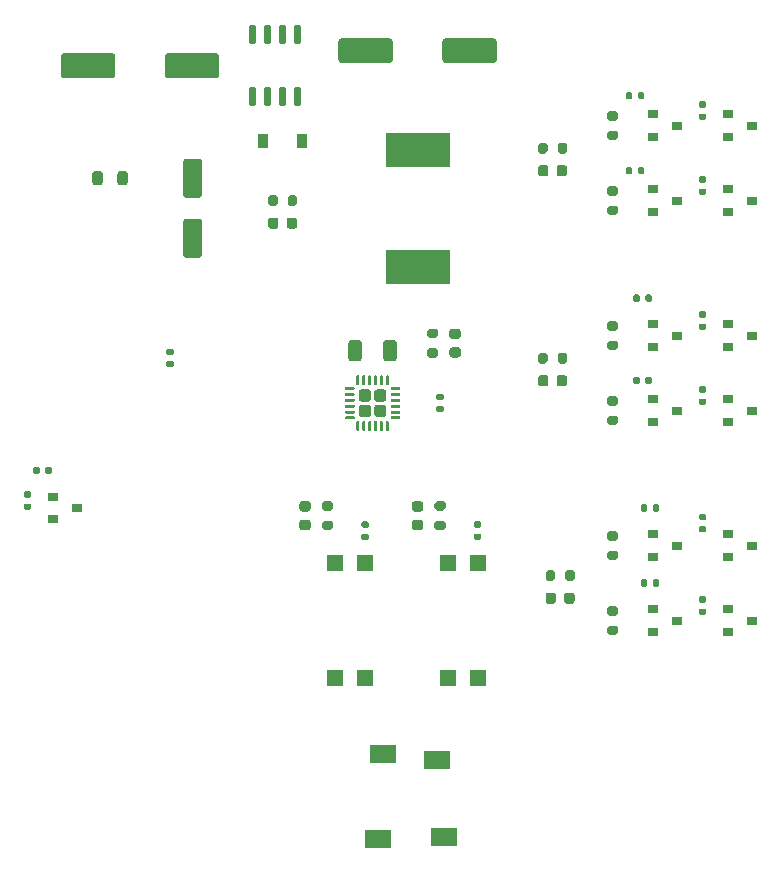
<source format=gbr>
%TF.GenerationSoftware,KiCad,Pcbnew,5.1.10-88a1d61d58~88~ubuntu20.04.1*%
%TF.CreationDate,2021-07-08T16:26:14-06:00*%
%TF.ProjectId,ring_light_controller,72696e67-5f6c-4696-9768-745f636f6e74,1*%
%TF.SameCoordinates,Original*%
%TF.FileFunction,Paste,Top*%
%TF.FilePolarity,Positive*%
%FSLAX46Y46*%
G04 Gerber Fmt 4.6, Leading zero omitted, Abs format (unit mm)*
G04 Created by KiCad (PCBNEW 5.1.10-88a1d61d58~88~ubuntu20.04.1) date 2021-07-08 16:26:14*
%MOMM*%
%LPD*%
G01*
G04 APERTURE LIST*
%ADD10R,0.900000X1.200000*%
%ADD11R,2.200000X1.500000*%
%ADD12R,5.400000X2.900000*%
%ADD13R,0.900000X0.800000*%
%ADD14R,1.470000X1.410000*%
G04 APERTURE END LIST*
%TO.C,C1*%
G36*
G01*
X137015000Y-99075001D02*
X137015000Y-97774999D01*
G75*
G02*
X137264999Y-97525000I249999J0D01*
G01*
X137915001Y-97525000D01*
G75*
G02*
X138165000Y-97774999I0J-249999D01*
G01*
X138165000Y-99075001D01*
G75*
G02*
X137915001Y-99325000I-249999J0D01*
G01*
X137264999Y-99325000D01*
G75*
G02*
X137015000Y-99075001I0J249999D01*
G01*
G37*
G36*
G01*
X139965000Y-99075001D02*
X139965000Y-97774999D01*
G75*
G02*
X140214999Y-97525000I249999J0D01*
G01*
X140865001Y-97525000D01*
G75*
G02*
X141115000Y-97774999I0J-249999D01*
G01*
X141115000Y-99075001D01*
G75*
G02*
X140865001Y-99325000I-249999J0D01*
G01*
X140214999Y-99325000D01*
G75*
G02*
X139965000Y-99075001I0J249999D01*
G01*
G37*
%TD*%
%TO.C,C2*%
G36*
G01*
X136175000Y-73825001D02*
X136175000Y-72224999D01*
G75*
G02*
X136424999Y-71975000I249999J0D01*
G01*
X140525001Y-71975000D01*
G75*
G02*
X140775000Y-72224999I0J-249999D01*
G01*
X140775000Y-73825001D01*
G75*
G02*
X140525001Y-74075000I-249999J0D01*
G01*
X136424999Y-74075000D01*
G75*
G02*
X136175000Y-73825001I0J249999D01*
G01*
G37*
G36*
G01*
X144975000Y-73825001D02*
X144975000Y-72224999D01*
G75*
G02*
X145224999Y-71975000I249999J0D01*
G01*
X149325001Y-71975000D01*
G75*
G02*
X149575000Y-72224999I0J-249999D01*
G01*
X149575000Y-73825001D01*
G75*
G02*
X149325001Y-74075000I-249999J0D01*
G01*
X145224999Y-74075000D01*
G75*
G02*
X144975000Y-73825001I0J249999D01*
G01*
G37*
%TD*%
%TO.C,C3*%
G36*
G01*
X123275000Y-82160000D02*
X124375000Y-82160000D01*
G75*
G02*
X124625000Y-82410000I0J-250000D01*
G01*
X124625000Y-85235000D01*
G75*
G02*
X124375000Y-85485000I-250000J0D01*
G01*
X123275000Y-85485000D01*
G75*
G02*
X123025000Y-85235000I0J250000D01*
G01*
X123025000Y-82410000D01*
G75*
G02*
X123275000Y-82160000I250000J0D01*
G01*
G37*
G36*
G01*
X123275000Y-87235000D02*
X124375000Y-87235000D01*
G75*
G02*
X124625000Y-87485000I0J-250000D01*
G01*
X124625000Y-90310000D01*
G75*
G02*
X124375000Y-90560000I-250000J0D01*
G01*
X123275000Y-90560000D01*
G75*
G02*
X123025000Y-90310000I0J250000D01*
G01*
X123025000Y-87485000D01*
G75*
G02*
X123275000Y-87235000I250000J0D01*
G01*
G37*
%TD*%
%TO.C,C4*%
G36*
G01*
X121480000Y-75095001D02*
X121480000Y-73494999D01*
G75*
G02*
X121729999Y-73245000I249999J0D01*
G01*
X125830001Y-73245000D01*
G75*
G02*
X126080000Y-73494999I0J-249999D01*
G01*
X126080000Y-75095001D01*
G75*
G02*
X125830001Y-75345000I-249999J0D01*
G01*
X121729999Y-75345000D01*
G75*
G02*
X121480000Y-75095001I0J249999D01*
G01*
G37*
G36*
G01*
X112680000Y-75095001D02*
X112680000Y-73494999D01*
G75*
G02*
X112929999Y-73245000I249999J0D01*
G01*
X117030001Y-73245000D01*
G75*
G02*
X117280000Y-73494999I0J-249999D01*
G01*
X117280000Y-75095001D01*
G75*
G02*
X117030001Y-75345000I-249999J0D01*
G01*
X112929999Y-75345000D01*
G75*
G02*
X112680000Y-75095001I0J249999D01*
G01*
G37*
%TD*%
%TO.C,D1*%
G36*
G01*
X146306250Y-97440000D02*
X145793750Y-97440000D01*
G75*
G02*
X145575000Y-97221250I0J218750D01*
G01*
X145575000Y-96783750D01*
G75*
G02*
X145793750Y-96565000I218750J0D01*
G01*
X146306250Y-96565000D01*
G75*
G02*
X146525000Y-96783750I0J-218750D01*
G01*
X146525000Y-97221250D01*
G75*
G02*
X146306250Y-97440000I-218750J0D01*
G01*
G37*
G36*
G01*
X146306250Y-99015000D02*
X145793750Y-99015000D01*
G75*
G02*
X145575000Y-98796250I0J218750D01*
G01*
X145575000Y-98358750D01*
G75*
G02*
X145793750Y-98140000I218750J0D01*
G01*
X146306250Y-98140000D01*
G75*
G02*
X146525000Y-98358750I0J-218750D01*
G01*
X146525000Y-98796250D01*
G75*
G02*
X146306250Y-99015000I-218750J0D01*
G01*
G37*
%TD*%
%TO.C,D2*%
G36*
G01*
X156165000Y-119123750D02*
X156165000Y-119636250D01*
G75*
G02*
X155946250Y-119855000I-218750J0D01*
G01*
X155508750Y-119855000D01*
G75*
G02*
X155290000Y-119636250I0J218750D01*
G01*
X155290000Y-119123750D01*
G75*
G02*
X155508750Y-118905000I218750J0D01*
G01*
X155946250Y-118905000D01*
G75*
G02*
X156165000Y-119123750I0J-218750D01*
G01*
G37*
G36*
G01*
X154590000Y-119123750D02*
X154590000Y-119636250D01*
G75*
G02*
X154371250Y-119855000I-218750J0D01*
G01*
X153933750Y-119855000D01*
G75*
G02*
X153715000Y-119636250I0J218750D01*
G01*
X153715000Y-119123750D01*
G75*
G02*
X153933750Y-118905000I218750J0D01*
G01*
X154371250Y-118905000D01*
G75*
G02*
X154590000Y-119123750I0J-218750D01*
G01*
G37*
%TD*%
%TO.C,D3*%
G36*
G01*
X155530000Y-100708750D02*
X155530000Y-101221250D01*
G75*
G02*
X155311250Y-101440000I-218750J0D01*
G01*
X154873750Y-101440000D01*
G75*
G02*
X154655000Y-101221250I0J218750D01*
G01*
X154655000Y-100708750D01*
G75*
G02*
X154873750Y-100490000I218750J0D01*
G01*
X155311250Y-100490000D01*
G75*
G02*
X155530000Y-100708750I0J-218750D01*
G01*
G37*
G36*
G01*
X153955000Y-100708750D02*
X153955000Y-101221250D01*
G75*
G02*
X153736250Y-101440000I-218750J0D01*
G01*
X153298750Y-101440000D01*
G75*
G02*
X153080000Y-101221250I0J218750D01*
G01*
X153080000Y-100708750D01*
G75*
G02*
X153298750Y-100490000I218750J0D01*
G01*
X153736250Y-100490000D01*
G75*
G02*
X153955000Y-100708750I0J-218750D01*
G01*
G37*
%TD*%
%TO.C,D4*%
G36*
G01*
X153955000Y-82928750D02*
X153955000Y-83441250D01*
G75*
G02*
X153736250Y-83660000I-218750J0D01*
G01*
X153298750Y-83660000D01*
G75*
G02*
X153080000Y-83441250I0J218750D01*
G01*
X153080000Y-82928750D01*
G75*
G02*
X153298750Y-82710000I218750J0D01*
G01*
X153736250Y-82710000D01*
G75*
G02*
X153955000Y-82928750I0J-218750D01*
G01*
G37*
G36*
G01*
X155530000Y-82928750D02*
X155530000Y-83441250D01*
G75*
G02*
X155311250Y-83660000I-218750J0D01*
G01*
X154873750Y-83660000D01*
G75*
G02*
X154655000Y-83441250I0J218750D01*
G01*
X154655000Y-82928750D01*
G75*
G02*
X154873750Y-82710000I218750J0D01*
G01*
X155311250Y-82710000D01*
G75*
G02*
X155530000Y-82928750I0J-218750D01*
G01*
G37*
%TD*%
%TO.C,D5*%
G36*
G01*
X132670000Y-87373750D02*
X132670000Y-87886250D01*
G75*
G02*
X132451250Y-88105000I-218750J0D01*
G01*
X132013750Y-88105000D01*
G75*
G02*
X131795000Y-87886250I0J218750D01*
G01*
X131795000Y-87373750D01*
G75*
G02*
X132013750Y-87155000I218750J0D01*
G01*
X132451250Y-87155000D01*
G75*
G02*
X132670000Y-87373750I0J-218750D01*
G01*
G37*
G36*
G01*
X131095000Y-87373750D02*
X131095000Y-87886250D01*
G75*
G02*
X130876250Y-88105000I-218750J0D01*
G01*
X130438750Y-88105000D01*
G75*
G02*
X130220000Y-87886250I0J218750D01*
G01*
X130220000Y-87373750D01*
G75*
G02*
X130438750Y-87155000I218750J0D01*
G01*
X130876250Y-87155000D01*
G75*
G02*
X131095000Y-87373750I0J-218750D01*
G01*
G37*
%TD*%
D10*
%TO.C,D6*%
X129795000Y-80645000D03*
X133095000Y-80645000D03*
%TD*%
%TO.C,FB1*%
G36*
G01*
X118340000Y-83438750D02*
X118340000Y-84201250D01*
G75*
G02*
X118121250Y-84420000I-218750J0D01*
G01*
X117683750Y-84420000D01*
G75*
G02*
X117465000Y-84201250I0J218750D01*
G01*
X117465000Y-83438750D01*
G75*
G02*
X117683750Y-83220000I218750J0D01*
G01*
X118121250Y-83220000D01*
G75*
G02*
X118340000Y-83438750I0J-218750D01*
G01*
G37*
G36*
G01*
X116215000Y-83438750D02*
X116215000Y-84201250D01*
G75*
G02*
X115996250Y-84420000I-218750J0D01*
G01*
X115558750Y-84420000D01*
G75*
G02*
X115340000Y-84201250I0J218750D01*
G01*
X115340000Y-83438750D01*
G75*
G02*
X115558750Y-83220000I218750J0D01*
G01*
X115996250Y-83220000D01*
G75*
G02*
X116215000Y-83438750I0J-218750D01*
G01*
G37*
%TD*%
D11*
%TO.C,J1*%
X145140000Y-139605000D03*
X139540000Y-139805000D03*
X139940000Y-132605000D03*
X144540000Y-133105000D03*
%TD*%
D12*
%TO.C,L1*%
X142875000Y-81410000D03*
X142875000Y-91310000D03*
%TD*%
D13*
%TO.C,Q1*%
X112030000Y-110810000D03*
X112030000Y-112710000D03*
X114030000Y-111760000D03*
%TD*%
%TO.C,Q2*%
X164830000Y-121285000D03*
X162830000Y-122235000D03*
X162830000Y-120335000D03*
%TD*%
%TO.C,Q3*%
X162830000Y-113985000D03*
X162830000Y-115885000D03*
X164830000Y-114935000D03*
%TD*%
%TO.C,Q4*%
X171180000Y-121285000D03*
X169180000Y-122235000D03*
X169180000Y-120335000D03*
%TD*%
%TO.C,Q5*%
X171180000Y-114935000D03*
X169180000Y-115885000D03*
X169180000Y-113985000D03*
%TD*%
%TO.C,Q6*%
X162830000Y-102555000D03*
X162830000Y-104455000D03*
X164830000Y-103505000D03*
%TD*%
%TO.C,Q7*%
X162830000Y-96205000D03*
X162830000Y-98105000D03*
X164830000Y-97155000D03*
%TD*%
%TO.C,Q8*%
X169180000Y-102555000D03*
X169180000Y-104455000D03*
X171180000Y-103505000D03*
%TD*%
%TO.C,Q9*%
X171180000Y-97155000D03*
X169180000Y-98105000D03*
X169180000Y-96205000D03*
%TD*%
%TO.C,Q10*%
X162830000Y-84775000D03*
X162830000Y-86675000D03*
X164830000Y-85725000D03*
%TD*%
%TO.C,Q11*%
X162830000Y-78425000D03*
X162830000Y-80325000D03*
X164830000Y-79375000D03*
%TD*%
%TO.C,Q12*%
X171180000Y-85725000D03*
X169180000Y-86675000D03*
X169180000Y-84775000D03*
%TD*%
%TO.C,Q13*%
X171180000Y-79375000D03*
X169180000Y-80325000D03*
X169180000Y-78425000D03*
%TD*%
%TO.C,R1*%
G36*
G01*
X143870000Y-98215000D02*
X144420000Y-98215000D01*
G75*
G02*
X144620000Y-98415000I0J-200000D01*
G01*
X144620000Y-98815000D01*
G75*
G02*
X144420000Y-99015000I-200000J0D01*
G01*
X143870000Y-99015000D01*
G75*
G02*
X143670000Y-98815000I0J200000D01*
G01*
X143670000Y-98415000D01*
G75*
G02*
X143870000Y-98215000I200000J0D01*
G01*
G37*
G36*
G01*
X143870000Y-96565000D02*
X144420000Y-96565000D01*
G75*
G02*
X144620000Y-96765000I0J-200000D01*
G01*
X144620000Y-97165000D01*
G75*
G02*
X144420000Y-97365000I-200000J0D01*
G01*
X143870000Y-97365000D01*
G75*
G02*
X143670000Y-97165000I0J200000D01*
G01*
X143670000Y-96765000D01*
G75*
G02*
X143870000Y-96565000I200000J0D01*
G01*
G37*
%TD*%
%TO.C,R2*%
G36*
G01*
X155365000Y-117750000D02*
X155365000Y-117200000D01*
G75*
G02*
X155565000Y-117000000I200000J0D01*
G01*
X155965000Y-117000000D01*
G75*
G02*
X156165000Y-117200000I0J-200000D01*
G01*
X156165000Y-117750000D01*
G75*
G02*
X155965000Y-117950000I-200000J0D01*
G01*
X155565000Y-117950000D01*
G75*
G02*
X155365000Y-117750000I0J200000D01*
G01*
G37*
G36*
G01*
X153715000Y-117750000D02*
X153715000Y-117200000D01*
G75*
G02*
X153915000Y-117000000I200000J0D01*
G01*
X154315000Y-117000000D01*
G75*
G02*
X154515000Y-117200000I0J-200000D01*
G01*
X154515000Y-117750000D01*
G75*
G02*
X154315000Y-117950000I-200000J0D01*
G01*
X153915000Y-117950000D01*
G75*
G02*
X153715000Y-117750000I0J200000D01*
G01*
G37*
%TD*%
%TO.C,R3*%
G36*
G01*
X153080000Y-99335000D02*
X153080000Y-98785000D01*
G75*
G02*
X153280000Y-98585000I200000J0D01*
G01*
X153680000Y-98585000D01*
G75*
G02*
X153880000Y-98785000I0J-200000D01*
G01*
X153880000Y-99335000D01*
G75*
G02*
X153680000Y-99535000I-200000J0D01*
G01*
X153280000Y-99535000D01*
G75*
G02*
X153080000Y-99335000I0J200000D01*
G01*
G37*
G36*
G01*
X154730000Y-99335000D02*
X154730000Y-98785000D01*
G75*
G02*
X154930000Y-98585000I200000J0D01*
G01*
X155330000Y-98585000D01*
G75*
G02*
X155530000Y-98785000I0J-200000D01*
G01*
X155530000Y-99335000D01*
G75*
G02*
X155330000Y-99535000I-200000J0D01*
G01*
X154930000Y-99535000D01*
G75*
G02*
X154730000Y-99335000I0J200000D01*
G01*
G37*
%TD*%
%TO.C,R4*%
G36*
G01*
X154730000Y-81555000D02*
X154730000Y-81005000D01*
G75*
G02*
X154930000Y-80805000I200000J0D01*
G01*
X155330000Y-80805000D01*
G75*
G02*
X155530000Y-81005000I0J-200000D01*
G01*
X155530000Y-81555000D01*
G75*
G02*
X155330000Y-81755000I-200000J0D01*
G01*
X154930000Y-81755000D01*
G75*
G02*
X154730000Y-81555000I0J200000D01*
G01*
G37*
G36*
G01*
X153080000Y-81555000D02*
X153080000Y-81005000D01*
G75*
G02*
X153280000Y-80805000I200000J0D01*
G01*
X153680000Y-80805000D01*
G75*
G02*
X153880000Y-81005000I0J-200000D01*
G01*
X153880000Y-81555000D01*
G75*
G02*
X153680000Y-81755000I-200000J0D01*
G01*
X153280000Y-81755000D01*
G75*
G02*
X153080000Y-81555000I0J200000D01*
G01*
G37*
%TD*%
%TO.C,R5*%
G36*
G01*
X130220000Y-86000000D02*
X130220000Y-85450000D01*
G75*
G02*
X130420000Y-85250000I200000J0D01*
G01*
X130820000Y-85250000D01*
G75*
G02*
X131020000Y-85450000I0J-200000D01*
G01*
X131020000Y-86000000D01*
G75*
G02*
X130820000Y-86200000I-200000J0D01*
G01*
X130420000Y-86200000D01*
G75*
G02*
X130220000Y-86000000I0J200000D01*
G01*
G37*
G36*
G01*
X131870000Y-86000000D02*
X131870000Y-85450000D01*
G75*
G02*
X132070000Y-85250000I200000J0D01*
G01*
X132470000Y-85250000D01*
G75*
G02*
X132670000Y-85450000I0J-200000D01*
G01*
X132670000Y-86000000D01*
G75*
G02*
X132470000Y-86200000I-200000J0D01*
G01*
X132070000Y-86200000D01*
G75*
G02*
X131870000Y-86000000I0J200000D01*
G01*
G37*
%TD*%
%TO.C,R7*%
G36*
G01*
X111365000Y-108770000D02*
X111365000Y-108400000D01*
G75*
G02*
X111500000Y-108265000I135000J0D01*
G01*
X111770000Y-108265000D01*
G75*
G02*
X111905000Y-108400000I0J-135000D01*
G01*
X111905000Y-108770000D01*
G75*
G02*
X111770000Y-108905000I-135000J0D01*
G01*
X111500000Y-108905000D01*
G75*
G02*
X111365000Y-108770000I0J135000D01*
G01*
G37*
G36*
G01*
X110345000Y-108770000D02*
X110345000Y-108400000D01*
G75*
G02*
X110480000Y-108265000I135000J0D01*
G01*
X110750000Y-108265000D01*
G75*
G02*
X110885000Y-108400000I0J-135000D01*
G01*
X110885000Y-108770000D01*
G75*
G02*
X110750000Y-108905000I-135000J0D01*
G01*
X110480000Y-108905000D01*
G75*
G02*
X110345000Y-108770000I0J135000D01*
G01*
G37*
%TD*%
%TO.C,R9*%
G36*
G01*
X138615000Y-114445000D02*
X138245000Y-114445000D01*
G75*
G02*
X138110000Y-114310000I0J135000D01*
G01*
X138110000Y-114040000D01*
G75*
G02*
X138245000Y-113905000I135000J0D01*
G01*
X138615000Y-113905000D01*
G75*
G02*
X138750000Y-114040000I0J-135000D01*
G01*
X138750000Y-114310000D01*
G75*
G02*
X138615000Y-114445000I-135000J0D01*
G01*
G37*
G36*
G01*
X138615000Y-113425000D02*
X138245000Y-113425000D01*
G75*
G02*
X138110000Y-113290000I0J135000D01*
G01*
X138110000Y-113020000D01*
G75*
G02*
X138245000Y-112885000I135000J0D01*
G01*
X138615000Y-112885000D01*
G75*
G02*
X138750000Y-113020000I0J-135000D01*
G01*
X138750000Y-113290000D01*
G75*
G02*
X138615000Y-113425000I-135000J0D01*
G01*
G37*
%TD*%
%TO.C,R10*%
G36*
G01*
X148140000Y-114445000D02*
X147770000Y-114445000D01*
G75*
G02*
X147635000Y-114310000I0J135000D01*
G01*
X147635000Y-114040000D01*
G75*
G02*
X147770000Y-113905000I135000J0D01*
G01*
X148140000Y-113905000D01*
G75*
G02*
X148275000Y-114040000I0J-135000D01*
G01*
X148275000Y-114310000D01*
G75*
G02*
X148140000Y-114445000I-135000J0D01*
G01*
G37*
G36*
G01*
X148140000Y-113425000D02*
X147770000Y-113425000D01*
G75*
G02*
X147635000Y-113290000I0J135000D01*
G01*
X147635000Y-113020000D01*
G75*
G02*
X147770000Y-112885000I135000J0D01*
G01*
X148140000Y-112885000D01*
G75*
G02*
X148275000Y-113020000I0J-135000D01*
G01*
X148275000Y-113290000D01*
G75*
G02*
X148140000Y-113425000I-135000J0D01*
G01*
G37*
%TD*%
%TO.C,R11*%
G36*
G01*
X109670000Y-111365000D02*
X110040000Y-111365000D01*
G75*
G02*
X110175000Y-111500000I0J-135000D01*
G01*
X110175000Y-111770000D01*
G75*
G02*
X110040000Y-111905000I-135000J0D01*
G01*
X109670000Y-111905000D01*
G75*
G02*
X109535000Y-111770000I0J135000D01*
G01*
X109535000Y-111500000D01*
G75*
G02*
X109670000Y-111365000I135000J0D01*
G01*
G37*
G36*
G01*
X109670000Y-110345000D02*
X110040000Y-110345000D01*
G75*
G02*
X110175000Y-110480000I0J-135000D01*
G01*
X110175000Y-110750000D01*
G75*
G02*
X110040000Y-110885000I-135000J0D01*
G01*
X109670000Y-110885000D01*
G75*
G02*
X109535000Y-110750000I0J135000D01*
G01*
X109535000Y-110480000D01*
G75*
G02*
X109670000Y-110345000I135000J0D01*
G01*
G37*
%TD*%
%TO.C,R12*%
G36*
G01*
X121735000Y-99300000D02*
X122105000Y-99300000D01*
G75*
G02*
X122240000Y-99435000I0J-135000D01*
G01*
X122240000Y-99705000D01*
G75*
G02*
X122105000Y-99840000I-135000J0D01*
G01*
X121735000Y-99840000D01*
G75*
G02*
X121600000Y-99705000I0J135000D01*
G01*
X121600000Y-99435000D01*
G75*
G02*
X121735000Y-99300000I135000J0D01*
G01*
G37*
G36*
G01*
X121735000Y-98280000D02*
X122105000Y-98280000D01*
G75*
G02*
X122240000Y-98415000I0J-135000D01*
G01*
X122240000Y-98685000D01*
G75*
G02*
X122105000Y-98820000I-135000J0D01*
G01*
X121735000Y-98820000D01*
G75*
G02*
X121600000Y-98685000I0J135000D01*
G01*
X121600000Y-98415000D01*
G75*
G02*
X121735000Y-98280000I135000J0D01*
G01*
G37*
%TD*%
%TO.C,R13*%
G36*
G01*
X166820000Y-119235000D02*
X167190000Y-119235000D01*
G75*
G02*
X167325000Y-119370000I0J-135000D01*
G01*
X167325000Y-119640000D01*
G75*
G02*
X167190000Y-119775000I-135000J0D01*
G01*
X166820000Y-119775000D01*
G75*
G02*
X166685000Y-119640000I0J135000D01*
G01*
X166685000Y-119370000D01*
G75*
G02*
X166820000Y-119235000I135000J0D01*
G01*
G37*
G36*
G01*
X166820000Y-120255000D02*
X167190000Y-120255000D01*
G75*
G02*
X167325000Y-120390000I0J-135000D01*
G01*
X167325000Y-120660000D01*
G75*
G02*
X167190000Y-120795000I-135000J0D01*
G01*
X166820000Y-120795000D01*
G75*
G02*
X166685000Y-120660000I0J135000D01*
G01*
X166685000Y-120390000D01*
G75*
G02*
X166820000Y-120255000I135000J0D01*
G01*
G37*
%TD*%
%TO.C,R14*%
G36*
G01*
X166820000Y-112250000D02*
X167190000Y-112250000D01*
G75*
G02*
X167325000Y-112385000I0J-135000D01*
G01*
X167325000Y-112655000D01*
G75*
G02*
X167190000Y-112790000I-135000J0D01*
G01*
X166820000Y-112790000D01*
G75*
G02*
X166685000Y-112655000I0J135000D01*
G01*
X166685000Y-112385000D01*
G75*
G02*
X166820000Y-112250000I135000J0D01*
G01*
G37*
G36*
G01*
X166820000Y-113270000D02*
X167190000Y-113270000D01*
G75*
G02*
X167325000Y-113405000I0J-135000D01*
G01*
X167325000Y-113675000D01*
G75*
G02*
X167190000Y-113810000I-135000J0D01*
G01*
X166820000Y-113810000D01*
G75*
G02*
X166685000Y-113675000I0J135000D01*
G01*
X166685000Y-113405000D01*
G75*
G02*
X166820000Y-113270000I135000J0D01*
G01*
G37*
%TD*%
%TO.C,R15*%
G36*
G01*
X162800000Y-118295000D02*
X162800000Y-117925000D01*
G75*
G02*
X162935000Y-117790000I135000J0D01*
G01*
X163205000Y-117790000D01*
G75*
G02*
X163340000Y-117925000I0J-135000D01*
G01*
X163340000Y-118295000D01*
G75*
G02*
X163205000Y-118430000I-135000J0D01*
G01*
X162935000Y-118430000D01*
G75*
G02*
X162800000Y-118295000I0J135000D01*
G01*
G37*
G36*
G01*
X161780000Y-118295000D02*
X161780000Y-117925000D01*
G75*
G02*
X161915000Y-117790000I135000J0D01*
G01*
X162185000Y-117790000D01*
G75*
G02*
X162320000Y-117925000I0J-135000D01*
G01*
X162320000Y-118295000D01*
G75*
G02*
X162185000Y-118430000I-135000J0D01*
G01*
X161915000Y-118430000D01*
G75*
G02*
X161780000Y-118295000I0J135000D01*
G01*
G37*
%TD*%
%TO.C,R16*%
G36*
G01*
X162800000Y-111945000D02*
X162800000Y-111575000D01*
G75*
G02*
X162935000Y-111440000I135000J0D01*
G01*
X163205000Y-111440000D01*
G75*
G02*
X163340000Y-111575000I0J-135000D01*
G01*
X163340000Y-111945000D01*
G75*
G02*
X163205000Y-112080000I-135000J0D01*
G01*
X162935000Y-112080000D01*
G75*
G02*
X162800000Y-111945000I0J135000D01*
G01*
G37*
G36*
G01*
X161780000Y-111945000D02*
X161780000Y-111575000D01*
G75*
G02*
X161915000Y-111440000I135000J0D01*
G01*
X162185000Y-111440000D01*
G75*
G02*
X162320000Y-111575000I0J-135000D01*
G01*
X162320000Y-111945000D01*
G75*
G02*
X162185000Y-112080000I-135000J0D01*
G01*
X161915000Y-112080000D01*
G75*
G02*
X161780000Y-111945000I0J135000D01*
G01*
G37*
%TD*%
%TO.C,R17*%
G36*
G01*
X159110000Y-120060000D02*
X159660000Y-120060000D01*
G75*
G02*
X159860000Y-120260000I0J-200000D01*
G01*
X159860000Y-120660000D01*
G75*
G02*
X159660000Y-120860000I-200000J0D01*
G01*
X159110000Y-120860000D01*
G75*
G02*
X158910000Y-120660000I0J200000D01*
G01*
X158910000Y-120260000D01*
G75*
G02*
X159110000Y-120060000I200000J0D01*
G01*
G37*
G36*
G01*
X159110000Y-121710000D02*
X159660000Y-121710000D01*
G75*
G02*
X159860000Y-121910000I0J-200000D01*
G01*
X159860000Y-122310000D01*
G75*
G02*
X159660000Y-122510000I-200000J0D01*
G01*
X159110000Y-122510000D01*
G75*
G02*
X158910000Y-122310000I0J200000D01*
G01*
X158910000Y-121910000D01*
G75*
G02*
X159110000Y-121710000I200000J0D01*
G01*
G37*
%TD*%
%TO.C,R18*%
G36*
G01*
X159110000Y-113710000D02*
X159660000Y-113710000D01*
G75*
G02*
X159860000Y-113910000I0J-200000D01*
G01*
X159860000Y-114310000D01*
G75*
G02*
X159660000Y-114510000I-200000J0D01*
G01*
X159110000Y-114510000D01*
G75*
G02*
X158910000Y-114310000I0J200000D01*
G01*
X158910000Y-113910000D01*
G75*
G02*
X159110000Y-113710000I200000J0D01*
G01*
G37*
G36*
G01*
X159110000Y-115360000D02*
X159660000Y-115360000D01*
G75*
G02*
X159860000Y-115560000I0J-200000D01*
G01*
X159860000Y-115960000D01*
G75*
G02*
X159660000Y-116160000I-200000J0D01*
G01*
X159110000Y-116160000D01*
G75*
G02*
X158910000Y-115960000I0J200000D01*
G01*
X158910000Y-115560000D01*
G75*
G02*
X159110000Y-115360000I200000J0D01*
G01*
G37*
%TD*%
%TO.C,R19*%
G36*
G01*
X166820000Y-101455000D02*
X167190000Y-101455000D01*
G75*
G02*
X167325000Y-101590000I0J-135000D01*
G01*
X167325000Y-101860000D01*
G75*
G02*
X167190000Y-101995000I-135000J0D01*
G01*
X166820000Y-101995000D01*
G75*
G02*
X166685000Y-101860000I0J135000D01*
G01*
X166685000Y-101590000D01*
G75*
G02*
X166820000Y-101455000I135000J0D01*
G01*
G37*
G36*
G01*
X166820000Y-102475000D02*
X167190000Y-102475000D01*
G75*
G02*
X167325000Y-102610000I0J-135000D01*
G01*
X167325000Y-102880000D01*
G75*
G02*
X167190000Y-103015000I-135000J0D01*
G01*
X166820000Y-103015000D01*
G75*
G02*
X166685000Y-102880000I0J135000D01*
G01*
X166685000Y-102610000D01*
G75*
G02*
X166820000Y-102475000I135000J0D01*
G01*
G37*
%TD*%
%TO.C,R20*%
G36*
G01*
X166820000Y-95105000D02*
X167190000Y-95105000D01*
G75*
G02*
X167325000Y-95240000I0J-135000D01*
G01*
X167325000Y-95510000D01*
G75*
G02*
X167190000Y-95645000I-135000J0D01*
G01*
X166820000Y-95645000D01*
G75*
G02*
X166685000Y-95510000I0J135000D01*
G01*
X166685000Y-95240000D01*
G75*
G02*
X166820000Y-95105000I135000J0D01*
G01*
G37*
G36*
G01*
X166820000Y-96125000D02*
X167190000Y-96125000D01*
G75*
G02*
X167325000Y-96260000I0J-135000D01*
G01*
X167325000Y-96530000D01*
G75*
G02*
X167190000Y-96665000I-135000J0D01*
G01*
X166820000Y-96665000D01*
G75*
G02*
X166685000Y-96530000I0J135000D01*
G01*
X166685000Y-96260000D01*
G75*
G02*
X166820000Y-96125000I135000J0D01*
G01*
G37*
%TD*%
%TO.C,R21*%
G36*
G01*
X162165000Y-101150000D02*
X162165000Y-100780000D01*
G75*
G02*
X162300000Y-100645000I135000J0D01*
G01*
X162570000Y-100645000D01*
G75*
G02*
X162705000Y-100780000I0J-135000D01*
G01*
X162705000Y-101150000D01*
G75*
G02*
X162570000Y-101285000I-135000J0D01*
G01*
X162300000Y-101285000D01*
G75*
G02*
X162165000Y-101150000I0J135000D01*
G01*
G37*
G36*
G01*
X161145000Y-101150000D02*
X161145000Y-100780000D01*
G75*
G02*
X161280000Y-100645000I135000J0D01*
G01*
X161550000Y-100645000D01*
G75*
G02*
X161685000Y-100780000I0J-135000D01*
G01*
X161685000Y-101150000D01*
G75*
G02*
X161550000Y-101285000I-135000J0D01*
G01*
X161280000Y-101285000D01*
G75*
G02*
X161145000Y-101150000I0J135000D01*
G01*
G37*
%TD*%
%TO.C,R22*%
G36*
G01*
X162165000Y-94165000D02*
X162165000Y-93795000D01*
G75*
G02*
X162300000Y-93660000I135000J0D01*
G01*
X162570000Y-93660000D01*
G75*
G02*
X162705000Y-93795000I0J-135000D01*
G01*
X162705000Y-94165000D01*
G75*
G02*
X162570000Y-94300000I-135000J0D01*
G01*
X162300000Y-94300000D01*
G75*
G02*
X162165000Y-94165000I0J135000D01*
G01*
G37*
G36*
G01*
X161145000Y-94165000D02*
X161145000Y-93795000D01*
G75*
G02*
X161280000Y-93660000I135000J0D01*
G01*
X161550000Y-93660000D01*
G75*
G02*
X161685000Y-93795000I0J-135000D01*
G01*
X161685000Y-94165000D01*
G75*
G02*
X161550000Y-94300000I-135000J0D01*
G01*
X161280000Y-94300000D01*
G75*
G02*
X161145000Y-94165000I0J135000D01*
G01*
G37*
%TD*%
%TO.C,R23*%
G36*
G01*
X159110000Y-102280000D02*
X159660000Y-102280000D01*
G75*
G02*
X159860000Y-102480000I0J-200000D01*
G01*
X159860000Y-102880000D01*
G75*
G02*
X159660000Y-103080000I-200000J0D01*
G01*
X159110000Y-103080000D01*
G75*
G02*
X158910000Y-102880000I0J200000D01*
G01*
X158910000Y-102480000D01*
G75*
G02*
X159110000Y-102280000I200000J0D01*
G01*
G37*
G36*
G01*
X159110000Y-103930000D02*
X159660000Y-103930000D01*
G75*
G02*
X159860000Y-104130000I0J-200000D01*
G01*
X159860000Y-104530000D01*
G75*
G02*
X159660000Y-104730000I-200000J0D01*
G01*
X159110000Y-104730000D01*
G75*
G02*
X158910000Y-104530000I0J200000D01*
G01*
X158910000Y-104130000D01*
G75*
G02*
X159110000Y-103930000I200000J0D01*
G01*
G37*
%TD*%
%TO.C,R24*%
G36*
G01*
X159110000Y-95930000D02*
X159660000Y-95930000D01*
G75*
G02*
X159860000Y-96130000I0J-200000D01*
G01*
X159860000Y-96530000D01*
G75*
G02*
X159660000Y-96730000I-200000J0D01*
G01*
X159110000Y-96730000D01*
G75*
G02*
X158910000Y-96530000I0J200000D01*
G01*
X158910000Y-96130000D01*
G75*
G02*
X159110000Y-95930000I200000J0D01*
G01*
G37*
G36*
G01*
X159110000Y-97580000D02*
X159660000Y-97580000D01*
G75*
G02*
X159860000Y-97780000I0J-200000D01*
G01*
X159860000Y-98180000D01*
G75*
G02*
X159660000Y-98380000I-200000J0D01*
G01*
X159110000Y-98380000D01*
G75*
G02*
X158910000Y-98180000I0J200000D01*
G01*
X158910000Y-97780000D01*
G75*
G02*
X159110000Y-97580000I200000J0D01*
G01*
G37*
%TD*%
%TO.C,R25*%
G36*
G01*
X166820000Y-84695000D02*
X167190000Y-84695000D01*
G75*
G02*
X167325000Y-84830000I0J-135000D01*
G01*
X167325000Y-85100000D01*
G75*
G02*
X167190000Y-85235000I-135000J0D01*
G01*
X166820000Y-85235000D01*
G75*
G02*
X166685000Y-85100000I0J135000D01*
G01*
X166685000Y-84830000D01*
G75*
G02*
X166820000Y-84695000I135000J0D01*
G01*
G37*
G36*
G01*
X166820000Y-83675000D02*
X167190000Y-83675000D01*
G75*
G02*
X167325000Y-83810000I0J-135000D01*
G01*
X167325000Y-84080000D01*
G75*
G02*
X167190000Y-84215000I-135000J0D01*
G01*
X166820000Y-84215000D01*
G75*
G02*
X166685000Y-84080000I0J135000D01*
G01*
X166685000Y-83810000D01*
G75*
G02*
X166820000Y-83675000I135000J0D01*
G01*
G37*
%TD*%
%TO.C,R26*%
G36*
G01*
X166820000Y-77325000D02*
X167190000Y-77325000D01*
G75*
G02*
X167325000Y-77460000I0J-135000D01*
G01*
X167325000Y-77730000D01*
G75*
G02*
X167190000Y-77865000I-135000J0D01*
G01*
X166820000Y-77865000D01*
G75*
G02*
X166685000Y-77730000I0J135000D01*
G01*
X166685000Y-77460000D01*
G75*
G02*
X166820000Y-77325000I135000J0D01*
G01*
G37*
G36*
G01*
X166820000Y-78345000D02*
X167190000Y-78345000D01*
G75*
G02*
X167325000Y-78480000I0J-135000D01*
G01*
X167325000Y-78750000D01*
G75*
G02*
X167190000Y-78885000I-135000J0D01*
G01*
X166820000Y-78885000D01*
G75*
G02*
X166685000Y-78750000I0J135000D01*
G01*
X166685000Y-78480000D01*
G75*
G02*
X166820000Y-78345000I135000J0D01*
G01*
G37*
%TD*%
%TO.C,R27*%
G36*
G01*
X144595000Y-102090000D02*
X144965000Y-102090000D01*
G75*
G02*
X145100000Y-102225000I0J-135000D01*
G01*
X145100000Y-102495000D01*
G75*
G02*
X144965000Y-102630000I-135000J0D01*
G01*
X144595000Y-102630000D01*
G75*
G02*
X144460000Y-102495000I0J135000D01*
G01*
X144460000Y-102225000D01*
G75*
G02*
X144595000Y-102090000I135000J0D01*
G01*
G37*
G36*
G01*
X144595000Y-103110000D02*
X144965000Y-103110000D01*
G75*
G02*
X145100000Y-103245000I0J-135000D01*
G01*
X145100000Y-103515000D01*
G75*
G02*
X144965000Y-103650000I-135000J0D01*
G01*
X144595000Y-103650000D01*
G75*
G02*
X144460000Y-103515000I0J135000D01*
G01*
X144460000Y-103245000D01*
G75*
G02*
X144595000Y-103110000I135000J0D01*
G01*
G37*
%TD*%
%TO.C,R28*%
G36*
G01*
X160510000Y-83370000D02*
X160510000Y-83000000D01*
G75*
G02*
X160645000Y-82865000I135000J0D01*
G01*
X160915000Y-82865000D01*
G75*
G02*
X161050000Y-83000000I0J-135000D01*
G01*
X161050000Y-83370000D01*
G75*
G02*
X160915000Y-83505000I-135000J0D01*
G01*
X160645000Y-83505000D01*
G75*
G02*
X160510000Y-83370000I0J135000D01*
G01*
G37*
G36*
G01*
X161530000Y-83370000D02*
X161530000Y-83000000D01*
G75*
G02*
X161665000Y-82865000I135000J0D01*
G01*
X161935000Y-82865000D01*
G75*
G02*
X162070000Y-83000000I0J-135000D01*
G01*
X162070000Y-83370000D01*
G75*
G02*
X161935000Y-83505000I-135000J0D01*
G01*
X161665000Y-83505000D01*
G75*
G02*
X161530000Y-83370000I0J135000D01*
G01*
G37*
%TD*%
%TO.C,R29*%
G36*
G01*
X161530000Y-77020000D02*
X161530000Y-76650000D01*
G75*
G02*
X161665000Y-76515000I135000J0D01*
G01*
X161935000Y-76515000D01*
G75*
G02*
X162070000Y-76650000I0J-135000D01*
G01*
X162070000Y-77020000D01*
G75*
G02*
X161935000Y-77155000I-135000J0D01*
G01*
X161665000Y-77155000D01*
G75*
G02*
X161530000Y-77020000I0J135000D01*
G01*
G37*
G36*
G01*
X160510000Y-77020000D02*
X160510000Y-76650000D01*
G75*
G02*
X160645000Y-76515000I135000J0D01*
G01*
X160915000Y-76515000D01*
G75*
G02*
X161050000Y-76650000I0J-135000D01*
G01*
X161050000Y-77020000D01*
G75*
G02*
X160915000Y-77155000I-135000J0D01*
G01*
X160645000Y-77155000D01*
G75*
G02*
X160510000Y-77020000I0J135000D01*
G01*
G37*
%TD*%
%TO.C,R30*%
G36*
G01*
X159110000Y-86150000D02*
X159660000Y-86150000D01*
G75*
G02*
X159860000Y-86350000I0J-200000D01*
G01*
X159860000Y-86750000D01*
G75*
G02*
X159660000Y-86950000I-200000J0D01*
G01*
X159110000Y-86950000D01*
G75*
G02*
X158910000Y-86750000I0J200000D01*
G01*
X158910000Y-86350000D01*
G75*
G02*
X159110000Y-86150000I200000J0D01*
G01*
G37*
G36*
G01*
X159110000Y-84500000D02*
X159660000Y-84500000D01*
G75*
G02*
X159860000Y-84700000I0J-200000D01*
G01*
X159860000Y-85100000D01*
G75*
G02*
X159660000Y-85300000I-200000J0D01*
G01*
X159110000Y-85300000D01*
G75*
G02*
X158910000Y-85100000I0J200000D01*
G01*
X158910000Y-84700000D01*
G75*
G02*
X159110000Y-84500000I200000J0D01*
G01*
G37*
%TD*%
%TO.C,R31*%
G36*
G01*
X159110000Y-79800000D02*
X159660000Y-79800000D01*
G75*
G02*
X159860000Y-80000000I0J-200000D01*
G01*
X159860000Y-80400000D01*
G75*
G02*
X159660000Y-80600000I-200000J0D01*
G01*
X159110000Y-80600000D01*
G75*
G02*
X158910000Y-80400000I0J200000D01*
G01*
X158910000Y-80000000D01*
G75*
G02*
X159110000Y-79800000I200000J0D01*
G01*
G37*
G36*
G01*
X159110000Y-78150000D02*
X159660000Y-78150000D01*
G75*
G02*
X159860000Y-78350000I0J-200000D01*
G01*
X159860000Y-78750000D01*
G75*
G02*
X159660000Y-78950000I-200000J0D01*
G01*
X159110000Y-78950000D01*
G75*
G02*
X158910000Y-78750000I0J200000D01*
G01*
X158910000Y-78350000D01*
G75*
G02*
X159110000Y-78150000I200000J0D01*
G01*
G37*
%TD*%
%TO.C,U1*%
G36*
G01*
X140252500Y-100520000D02*
X140377500Y-100520000D01*
G75*
G02*
X140440000Y-100582500I0J-62500D01*
G01*
X140440000Y-101282500D01*
G75*
G02*
X140377500Y-101345000I-62500J0D01*
G01*
X140252500Y-101345000D01*
G75*
G02*
X140190000Y-101282500I0J62500D01*
G01*
X140190000Y-100582500D01*
G75*
G02*
X140252500Y-100520000I62500J0D01*
G01*
G37*
G36*
G01*
X139752500Y-100520000D02*
X139877500Y-100520000D01*
G75*
G02*
X139940000Y-100582500I0J-62500D01*
G01*
X139940000Y-101282500D01*
G75*
G02*
X139877500Y-101345000I-62500J0D01*
G01*
X139752500Y-101345000D01*
G75*
G02*
X139690000Y-101282500I0J62500D01*
G01*
X139690000Y-100582500D01*
G75*
G02*
X139752500Y-100520000I62500J0D01*
G01*
G37*
G36*
G01*
X139252500Y-100520000D02*
X139377500Y-100520000D01*
G75*
G02*
X139440000Y-100582500I0J-62500D01*
G01*
X139440000Y-101282500D01*
G75*
G02*
X139377500Y-101345000I-62500J0D01*
G01*
X139252500Y-101345000D01*
G75*
G02*
X139190000Y-101282500I0J62500D01*
G01*
X139190000Y-100582500D01*
G75*
G02*
X139252500Y-100520000I62500J0D01*
G01*
G37*
G36*
G01*
X138752500Y-100520000D02*
X138877500Y-100520000D01*
G75*
G02*
X138940000Y-100582500I0J-62500D01*
G01*
X138940000Y-101282500D01*
G75*
G02*
X138877500Y-101345000I-62500J0D01*
G01*
X138752500Y-101345000D01*
G75*
G02*
X138690000Y-101282500I0J62500D01*
G01*
X138690000Y-100582500D01*
G75*
G02*
X138752500Y-100520000I62500J0D01*
G01*
G37*
G36*
G01*
X138252500Y-100520000D02*
X138377500Y-100520000D01*
G75*
G02*
X138440000Y-100582500I0J-62500D01*
G01*
X138440000Y-101282500D01*
G75*
G02*
X138377500Y-101345000I-62500J0D01*
G01*
X138252500Y-101345000D01*
G75*
G02*
X138190000Y-101282500I0J62500D01*
G01*
X138190000Y-100582500D01*
G75*
G02*
X138252500Y-100520000I62500J0D01*
G01*
G37*
G36*
G01*
X137752500Y-100520000D02*
X137877500Y-100520000D01*
G75*
G02*
X137940000Y-100582500I0J-62500D01*
G01*
X137940000Y-101282500D01*
G75*
G02*
X137877500Y-101345000I-62500J0D01*
G01*
X137752500Y-101345000D01*
G75*
G02*
X137690000Y-101282500I0J62500D01*
G01*
X137690000Y-100582500D01*
G75*
G02*
X137752500Y-100520000I62500J0D01*
G01*
G37*
G36*
G01*
X136777500Y-101495000D02*
X137477500Y-101495000D01*
G75*
G02*
X137540000Y-101557500I0J-62500D01*
G01*
X137540000Y-101682500D01*
G75*
G02*
X137477500Y-101745000I-62500J0D01*
G01*
X136777500Y-101745000D01*
G75*
G02*
X136715000Y-101682500I0J62500D01*
G01*
X136715000Y-101557500D01*
G75*
G02*
X136777500Y-101495000I62500J0D01*
G01*
G37*
G36*
G01*
X136777500Y-101995000D02*
X137477500Y-101995000D01*
G75*
G02*
X137540000Y-102057500I0J-62500D01*
G01*
X137540000Y-102182500D01*
G75*
G02*
X137477500Y-102245000I-62500J0D01*
G01*
X136777500Y-102245000D01*
G75*
G02*
X136715000Y-102182500I0J62500D01*
G01*
X136715000Y-102057500D01*
G75*
G02*
X136777500Y-101995000I62500J0D01*
G01*
G37*
G36*
G01*
X136777500Y-102495000D02*
X137477500Y-102495000D01*
G75*
G02*
X137540000Y-102557500I0J-62500D01*
G01*
X137540000Y-102682500D01*
G75*
G02*
X137477500Y-102745000I-62500J0D01*
G01*
X136777500Y-102745000D01*
G75*
G02*
X136715000Y-102682500I0J62500D01*
G01*
X136715000Y-102557500D01*
G75*
G02*
X136777500Y-102495000I62500J0D01*
G01*
G37*
G36*
G01*
X136777500Y-102995000D02*
X137477500Y-102995000D01*
G75*
G02*
X137540000Y-103057500I0J-62500D01*
G01*
X137540000Y-103182500D01*
G75*
G02*
X137477500Y-103245000I-62500J0D01*
G01*
X136777500Y-103245000D01*
G75*
G02*
X136715000Y-103182500I0J62500D01*
G01*
X136715000Y-103057500D01*
G75*
G02*
X136777500Y-102995000I62500J0D01*
G01*
G37*
G36*
G01*
X136777500Y-103495000D02*
X137477500Y-103495000D01*
G75*
G02*
X137540000Y-103557500I0J-62500D01*
G01*
X137540000Y-103682500D01*
G75*
G02*
X137477500Y-103745000I-62500J0D01*
G01*
X136777500Y-103745000D01*
G75*
G02*
X136715000Y-103682500I0J62500D01*
G01*
X136715000Y-103557500D01*
G75*
G02*
X136777500Y-103495000I62500J0D01*
G01*
G37*
G36*
G01*
X136777500Y-103995000D02*
X137477500Y-103995000D01*
G75*
G02*
X137540000Y-104057500I0J-62500D01*
G01*
X137540000Y-104182500D01*
G75*
G02*
X137477500Y-104245000I-62500J0D01*
G01*
X136777500Y-104245000D01*
G75*
G02*
X136715000Y-104182500I0J62500D01*
G01*
X136715000Y-104057500D01*
G75*
G02*
X136777500Y-103995000I62500J0D01*
G01*
G37*
G36*
G01*
X137752500Y-104395000D02*
X137877500Y-104395000D01*
G75*
G02*
X137940000Y-104457500I0J-62500D01*
G01*
X137940000Y-105157500D01*
G75*
G02*
X137877500Y-105220000I-62500J0D01*
G01*
X137752500Y-105220000D01*
G75*
G02*
X137690000Y-105157500I0J62500D01*
G01*
X137690000Y-104457500D01*
G75*
G02*
X137752500Y-104395000I62500J0D01*
G01*
G37*
G36*
G01*
X138252500Y-104395000D02*
X138377500Y-104395000D01*
G75*
G02*
X138440000Y-104457500I0J-62500D01*
G01*
X138440000Y-105157500D01*
G75*
G02*
X138377500Y-105220000I-62500J0D01*
G01*
X138252500Y-105220000D01*
G75*
G02*
X138190000Y-105157500I0J62500D01*
G01*
X138190000Y-104457500D01*
G75*
G02*
X138252500Y-104395000I62500J0D01*
G01*
G37*
G36*
G01*
X138752500Y-104395000D02*
X138877500Y-104395000D01*
G75*
G02*
X138940000Y-104457500I0J-62500D01*
G01*
X138940000Y-105157500D01*
G75*
G02*
X138877500Y-105220000I-62500J0D01*
G01*
X138752500Y-105220000D01*
G75*
G02*
X138690000Y-105157500I0J62500D01*
G01*
X138690000Y-104457500D01*
G75*
G02*
X138752500Y-104395000I62500J0D01*
G01*
G37*
G36*
G01*
X139252500Y-104395000D02*
X139377500Y-104395000D01*
G75*
G02*
X139440000Y-104457500I0J-62500D01*
G01*
X139440000Y-105157500D01*
G75*
G02*
X139377500Y-105220000I-62500J0D01*
G01*
X139252500Y-105220000D01*
G75*
G02*
X139190000Y-105157500I0J62500D01*
G01*
X139190000Y-104457500D01*
G75*
G02*
X139252500Y-104395000I62500J0D01*
G01*
G37*
G36*
G01*
X139752500Y-104395000D02*
X139877500Y-104395000D01*
G75*
G02*
X139940000Y-104457500I0J-62500D01*
G01*
X139940000Y-105157500D01*
G75*
G02*
X139877500Y-105220000I-62500J0D01*
G01*
X139752500Y-105220000D01*
G75*
G02*
X139690000Y-105157500I0J62500D01*
G01*
X139690000Y-104457500D01*
G75*
G02*
X139752500Y-104395000I62500J0D01*
G01*
G37*
G36*
G01*
X140252500Y-104395000D02*
X140377500Y-104395000D01*
G75*
G02*
X140440000Y-104457500I0J-62500D01*
G01*
X140440000Y-105157500D01*
G75*
G02*
X140377500Y-105220000I-62500J0D01*
G01*
X140252500Y-105220000D01*
G75*
G02*
X140190000Y-105157500I0J62500D01*
G01*
X140190000Y-104457500D01*
G75*
G02*
X140252500Y-104395000I62500J0D01*
G01*
G37*
G36*
G01*
X140652500Y-103995000D02*
X141352500Y-103995000D01*
G75*
G02*
X141415000Y-104057500I0J-62500D01*
G01*
X141415000Y-104182500D01*
G75*
G02*
X141352500Y-104245000I-62500J0D01*
G01*
X140652500Y-104245000D01*
G75*
G02*
X140590000Y-104182500I0J62500D01*
G01*
X140590000Y-104057500D01*
G75*
G02*
X140652500Y-103995000I62500J0D01*
G01*
G37*
G36*
G01*
X140652500Y-103495000D02*
X141352500Y-103495000D01*
G75*
G02*
X141415000Y-103557500I0J-62500D01*
G01*
X141415000Y-103682500D01*
G75*
G02*
X141352500Y-103745000I-62500J0D01*
G01*
X140652500Y-103745000D01*
G75*
G02*
X140590000Y-103682500I0J62500D01*
G01*
X140590000Y-103557500D01*
G75*
G02*
X140652500Y-103495000I62500J0D01*
G01*
G37*
G36*
G01*
X140652500Y-102995000D02*
X141352500Y-102995000D01*
G75*
G02*
X141415000Y-103057500I0J-62500D01*
G01*
X141415000Y-103182500D01*
G75*
G02*
X141352500Y-103245000I-62500J0D01*
G01*
X140652500Y-103245000D01*
G75*
G02*
X140590000Y-103182500I0J62500D01*
G01*
X140590000Y-103057500D01*
G75*
G02*
X140652500Y-102995000I62500J0D01*
G01*
G37*
G36*
G01*
X140652500Y-102495000D02*
X141352500Y-102495000D01*
G75*
G02*
X141415000Y-102557500I0J-62500D01*
G01*
X141415000Y-102682500D01*
G75*
G02*
X141352500Y-102745000I-62500J0D01*
G01*
X140652500Y-102745000D01*
G75*
G02*
X140590000Y-102682500I0J62500D01*
G01*
X140590000Y-102557500D01*
G75*
G02*
X140652500Y-102495000I62500J0D01*
G01*
G37*
G36*
G01*
X140652500Y-101995000D02*
X141352500Y-101995000D01*
G75*
G02*
X141415000Y-102057500I0J-62500D01*
G01*
X141415000Y-102182500D01*
G75*
G02*
X141352500Y-102245000I-62500J0D01*
G01*
X140652500Y-102245000D01*
G75*
G02*
X140590000Y-102182500I0J62500D01*
G01*
X140590000Y-102057500D01*
G75*
G02*
X140652500Y-101995000I62500J0D01*
G01*
G37*
G36*
G01*
X140652500Y-101495000D02*
X141352500Y-101495000D01*
G75*
G02*
X141415000Y-101557500I0J-62500D01*
G01*
X141415000Y-101682500D01*
G75*
G02*
X141352500Y-101745000I-62500J0D01*
G01*
X140652500Y-101745000D01*
G75*
G02*
X140590000Y-101682500I0J62500D01*
G01*
X140590000Y-101557500D01*
G75*
G02*
X140652500Y-101495000I62500J0D01*
G01*
G37*
G36*
G01*
X139439999Y-101695000D02*
X139990001Y-101695000D01*
G75*
G02*
X140240000Y-101944999I0J-249999D01*
G01*
X140240000Y-102495001D01*
G75*
G02*
X139990001Y-102745000I-249999J0D01*
G01*
X139439999Y-102745000D01*
G75*
G02*
X139190000Y-102495001I0J249999D01*
G01*
X139190000Y-101944999D01*
G75*
G02*
X139439999Y-101695000I249999J0D01*
G01*
G37*
G36*
G01*
X138139999Y-101695000D02*
X138690001Y-101695000D01*
G75*
G02*
X138940000Y-101944999I0J-249999D01*
G01*
X138940000Y-102495001D01*
G75*
G02*
X138690001Y-102745000I-249999J0D01*
G01*
X138139999Y-102745000D01*
G75*
G02*
X137890000Y-102495001I0J249999D01*
G01*
X137890000Y-101944999D01*
G75*
G02*
X138139999Y-101695000I249999J0D01*
G01*
G37*
G36*
G01*
X139439999Y-102995000D02*
X139990001Y-102995000D01*
G75*
G02*
X140240000Y-103244999I0J-249999D01*
G01*
X140240000Y-103795001D01*
G75*
G02*
X139990001Y-104045000I-249999J0D01*
G01*
X139439999Y-104045000D01*
G75*
G02*
X139190000Y-103795001I0J249999D01*
G01*
X139190000Y-103244999D01*
G75*
G02*
X139439999Y-102995000I249999J0D01*
G01*
G37*
G36*
G01*
X138139999Y-102995000D02*
X138690001Y-102995000D01*
G75*
G02*
X138940000Y-103244999I0J-249999D01*
G01*
X138940000Y-103795001D01*
G75*
G02*
X138690001Y-104045000I-249999J0D01*
G01*
X138139999Y-104045000D01*
G75*
G02*
X137890000Y-103795001I0J249999D01*
G01*
X137890000Y-103244999D01*
G75*
G02*
X138139999Y-102995000I249999J0D01*
G01*
G37*
%TD*%
%TO.C,U4*%
G36*
G01*
X129055000Y-77745000D02*
X128755000Y-77745000D01*
G75*
G02*
X128605000Y-77595000I0J150000D01*
G01*
X128605000Y-76245000D01*
G75*
G02*
X128755000Y-76095000I150000J0D01*
G01*
X129055000Y-76095000D01*
G75*
G02*
X129205000Y-76245000I0J-150000D01*
G01*
X129205000Y-77595000D01*
G75*
G02*
X129055000Y-77745000I-150000J0D01*
G01*
G37*
G36*
G01*
X130325000Y-77745000D02*
X130025000Y-77745000D01*
G75*
G02*
X129875000Y-77595000I0J150000D01*
G01*
X129875000Y-76245000D01*
G75*
G02*
X130025000Y-76095000I150000J0D01*
G01*
X130325000Y-76095000D01*
G75*
G02*
X130475000Y-76245000I0J-150000D01*
G01*
X130475000Y-77595000D01*
G75*
G02*
X130325000Y-77745000I-150000J0D01*
G01*
G37*
G36*
G01*
X131595000Y-77745000D02*
X131295000Y-77745000D01*
G75*
G02*
X131145000Y-77595000I0J150000D01*
G01*
X131145000Y-76245000D01*
G75*
G02*
X131295000Y-76095000I150000J0D01*
G01*
X131595000Y-76095000D01*
G75*
G02*
X131745000Y-76245000I0J-150000D01*
G01*
X131745000Y-77595000D01*
G75*
G02*
X131595000Y-77745000I-150000J0D01*
G01*
G37*
G36*
G01*
X132865000Y-77745000D02*
X132565000Y-77745000D01*
G75*
G02*
X132415000Y-77595000I0J150000D01*
G01*
X132415000Y-76245000D01*
G75*
G02*
X132565000Y-76095000I150000J0D01*
G01*
X132865000Y-76095000D01*
G75*
G02*
X133015000Y-76245000I0J-150000D01*
G01*
X133015000Y-77595000D01*
G75*
G02*
X132865000Y-77745000I-150000J0D01*
G01*
G37*
G36*
G01*
X132865000Y-72495000D02*
X132565000Y-72495000D01*
G75*
G02*
X132415000Y-72345000I0J150000D01*
G01*
X132415000Y-70995000D01*
G75*
G02*
X132565000Y-70845000I150000J0D01*
G01*
X132865000Y-70845000D01*
G75*
G02*
X133015000Y-70995000I0J-150000D01*
G01*
X133015000Y-72345000D01*
G75*
G02*
X132865000Y-72495000I-150000J0D01*
G01*
G37*
G36*
G01*
X131595000Y-72495000D02*
X131295000Y-72495000D01*
G75*
G02*
X131145000Y-72345000I0J150000D01*
G01*
X131145000Y-70995000D01*
G75*
G02*
X131295000Y-70845000I150000J0D01*
G01*
X131595000Y-70845000D01*
G75*
G02*
X131745000Y-70995000I0J-150000D01*
G01*
X131745000Y-72345000D01*
G75*
G02*
X131595000Y-72495000I-150000J0D01*
G01*
G37*
G36*
G01*
X130325000Y-72495000D02*
X130025000Y-72495000D01*
G75*
G02*
X129875000Y-72345000I0J150000D01*
G01*
X129875000Y-70995000D01*
G75*
G02*
X130025000Y-70845000I150000J0D01*
G01*
X130325000Y-70845000D01*
G75*
G02*
X130475000Y-70995000I0J-150000D01*
G01*
X130475000Y-72345000D01*
G75*
G02*
X130325000Y-72495000I-150000J0D01*
G01*
G37*
G36*
G01*
X129055000Y-72495000D02*
X128755000Y-72495000D01*
G75*
G02*
X128605000Y-72345000I0J150000D01*
G01*
X128605000Y-70995000D01*
G75*
G02*
X128755000Y-70845000I150000J0D01*
G01*
X129055000Y-70845000D01*
G75*
G02*
X129205000Y-70995000I0J-150000D01*
G01*
X129205000Y-72345000D01*
G75*
G02*
X129055000Y-72495000I-150000J0D01*
G01*
G37*
%TD*%
D14*
%TO.C,U2*%
X138430000Y-126135000D03*
X135890000Y-126135000D03*
X135890000Y-116435000D03*
X138430000Y-116435000D03*
%TD*%
%TO.C,U3*%
X147955000Y-116435000D03*
X145415000Y-116435000D03*
X145415000Y-126135000D03*
X147955000Y-126135000D03*
%TD*%
%TO.C,D7*%
G36*
G01*
X133606250Y-112045000D02*
X133093750Y-112045000D01*
G75*
G02*
X132875000Y-111826250I0J218750D01*
G01*
X132875000Y-111388750D01*
G75*
G02*
X133093750Y-111170000I218750J0D01*
G01*
X133606250Y-111170000D01*
G75*
G02*
X133825000Y-111388750I0J-218750D01*
G01*
X133825000Y-111826250D01*
G75*
G02*
X133606250Y-112045000I-218750J0D01*
G01*
G37*
G36*
G01*
X133606250Y-113620000D02*
X133093750Y-113620000D01*
G75*
G02*
X132875000Y-113401250I0J218750D01*
G01*
X132875000Y-112963750D01*
G75*
G02*
X133093750Y-112745000I218750J0D01*
G01*
X133606250Y-112745000D01*
G75*
G02*
X133825000Y-112963750I0J-218750D01*
G01*
X133825000Y-113401250D01*
G75*
G02*
X133606250Y-113620000I-218750J0D01*
G01*
G37*
%TD*%
%TO.C,D8*%
G36*
G01*
X143131250Y-113620000D02*
X142618750Y-113620000D01*
G75*
G02*
X142400000Y-113401250I0J218750D01*
G01*
X142400000Y-112963750D01*
G75*
G02*
X142618750Y-112745000I218750J0D01*
G01*
X143131250Y-112745000D01*
G75*
G02*
X143350000Y-112963750I0J-218750D01*
G01*
X143350000Y-113401250D01*
G75*
G02*
X143131250Y-113620000I-218750J0D01*
G01*
G37*
G36*
G01*
X143131250Y-112045000D02*
X142618750Y-112045000D01*
G75*
G02*
X142400000Y-111826250I0J218750D01*
G01*
X142400000Y-111388750D01*
G75*
G02*
X142618750Y-111170000I218750J0D01*
G01*
X143131250Y-111170000D01*
G75*
G02*
X143350000Y-111388750I0J-218750D01*
G01*
X143350000Y-111826250D01*
G75*
G02*
X143131250Y-112045000I-218750J0D01*
G01*
G37*
%TD*%
%TO.C,R32*%
G36*
G01*
X134980000Y-111170000D02*
X135530000Y-111170000D01*
G75*
G02*
X135730000Y-111370000I0J-200000D01*
G01*
X135730000Y-111770000D01*
G75*
G02*
X135530000Y-111970000I-200000J0D01*
G01*
X134980000Y-111970000D01*
G75*
G02*
X134780000Y-111770000I0J200000D01*
G01*
X134780000Y-111370000D01*
G75*
G02*
X134980000Y-111170000I200000J0D01*
G01*
G37*
G36*
G01*
X134980000Y-112820000D02*
X135530000Y-112820000D01*
G75*
G02*
X135730000Y-113020000I0J-200000D01*
G01*
X135730000Y-113420000D01*
G75*
G02*
X135530000Y-113620000I-200000J0D01*
G01*
X134980000Y-113620000D01*
G75*
G02*
X134780000Y-113420000I0J200000D01*
G01*
X134780000Y-113020000D01*
G75*
G02*
X134980000Y-112820000I200000J0D01*
G01*
G37*
%TD*%
%TO.C,R33*%
G36*
G01*
X144505000Y-112820000D02*
X145055000Y-112820000D01*
G75*
G02*
X145255000Y-113020000I0J-200000D01*
G01*
X145255000Y-113420000D01*
G75*
G02*
X145055000Y-113620000I-200000J0D01*
G01*
X144505000Y-113620000D01*
G75*
G02*
X144305000Y-113420000I0J200000D01*
G01*
X144305000Y-113020000D01*
G75*
G02*
X144505000Y-112820000I200000J0D01*
G01*
G37*
G36*
G01*
X144505000Y-111170000D02*
X145055000Y-111170000D01*
G75*
G02*
X145255000Y-111370000I0J-200000D01*
G01*
X145255000Y-111770000D01*
G75*
G02*
X145055000Y-111970000I-200000J0D01*
G01*
X144505000Y-111970000D01*
G75*
G02*
X144305000Y-111770000I0J200000D01*
G01*
X144305000Y-111370000D01*
G75*
G02*
X144505000Y-111170000I200000J0D01*
G01*
G37*
%TD*%
M02*

</source>
